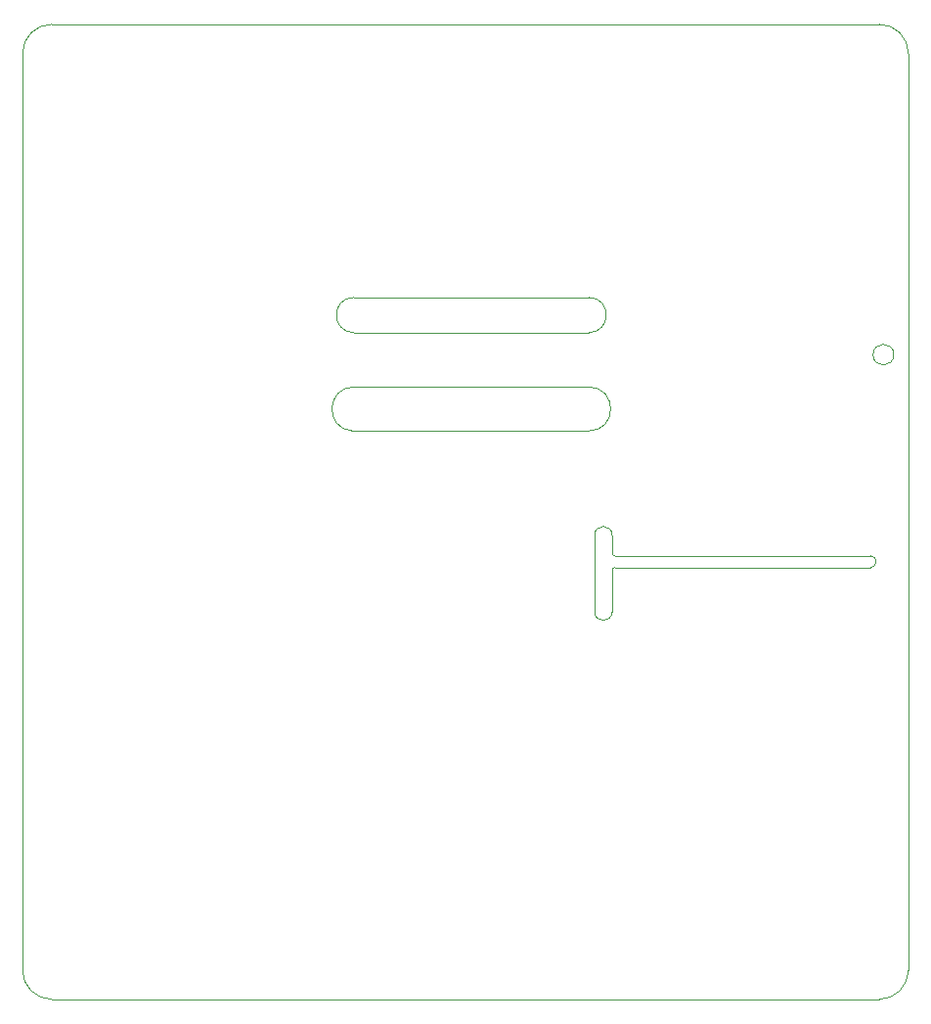
<source format=gbr>
G04 #@! TF.GenerationSoftware,KiCad,Pcbnew,(5.1.12)-1*
G04 #@! TF.CreationDate,2022-01-16T14:13:14-03:00*
G04 #@! TF.ProjectId,hamodule,68616d6f-6475-46c6-952e-6b696361645f,rev?*
G04 #@! TF.SameCoordinates,Original*
G04 #@! TF.FileFunction,Profile,NP*
%FSLAX46Y46*%
G04 Gerber Fmt 4.6, Leading zero omitted, Abs format (unit mm)*
G04 Created by KiCad (PCBNEW (5.1.12)-1) date 2022-01-16 14:13:14*
%MOMM*%
%LPD*%
G01*
G04 APERTURE LIST*
G04 #@! TA.AperFunction,Profile*
%ADD10C,0.050000*%
G04 #@! TD*
G04 #@! TA.AperFunction,Profile*
%ADD11C,0.100000*%
G04 #@! TD*
G04 APERTURE END LIST*
D10*
X199326500Y-67373500D02*
G75*
G02*
X201866500Y-69913500I0J-2540000D01*
G01*
X125158500Y-69913500D02*
G75*
G02*
X127698500Y-67373500I2540000J0D01*
G01*
X199326500Y-151701500D02*
X161836500Y-151703500D01*
X176212500Y-113093500D02*
X176212500Y-111569500D01*
X176212500Y-114617500D02*
G75*
G02*
X176466500Y-114363500I254000J0D01*
G01*
X198564500Y-113347500D02*
G75*
G02*
X198564500Y-114363500I0J-508000D01*
G01*
X176466500Y-113347500D02*
G75*
G02*
X176212500Y-113093500I0J254000D01*
G01*
X153860500Y-94043500D02*
G75*
G02*
X153860500Y-90995500I0J1524000D01*
G01*
X174180500Y-90995500D02*
G75*
G02*
X174180500Y-94043500I0J-1524000D01*
G01*
D11*
X174180500Y-94043500D02*
X153860500Y-94043500D01*
X153860500Y-90995500D02*
X174180500Y-90995500D01*
D10*
X176212500Y-118173500D02*
G75*
G02*
X174688500Y-118173500I-762000J0D01*
G01*
X174688500Y-111569500D02*
G75*
G02*
X176212500Y-111569500I762000J0D01*
G01*
D11*
X176212500Y-114617500D02*
X176212500Y-118173500D01*
X174688500Y-118173500D02*
X174688500Y-111569500D01*
X176466500Y-113347500D02*
X198564500Y-113347500D01*
X198564500Y-114363500D02*
X176466500Y-114363500D01*
D10*
X174180500Y-98742500D02*
G75*
G02*
X174180500Y-102552500I0J-1905000D01*
G01*
X201866500Y-149161500D02*
G75*
G02*
X199326500Y-151701500I-2540000J0D01*
G01*
X127698500Y-151701500D02*
G75*
G02*
X125158500Y-149161500I0J2540000D01*
G01*
X200596501Y-95948500D02*
G75*
G03*
X200596501Y-95948500I-898026J0D01*
G01*
X153714905Y-102546928D02*
G75*
G02*
X153860500Y-98742500I145595J1899428D01*
G01*
D11*
X153860500Y-98742500D02*
X174180500Y-98742500D01*
X174180500Y-102552500D02*
X153714905Y-102546928D01*
D10*
X125158500Y-149161500D02*
X125158500Y-69913500D01*
X199326500Y-67373500D02*
X127698500Y-67373500D01*
X161836500Y-151703500D02*
X127698500Y-151701500D01*
X201866500Y-149161500D02*
X201866500Y-69913500D01*
M02*

</source>
